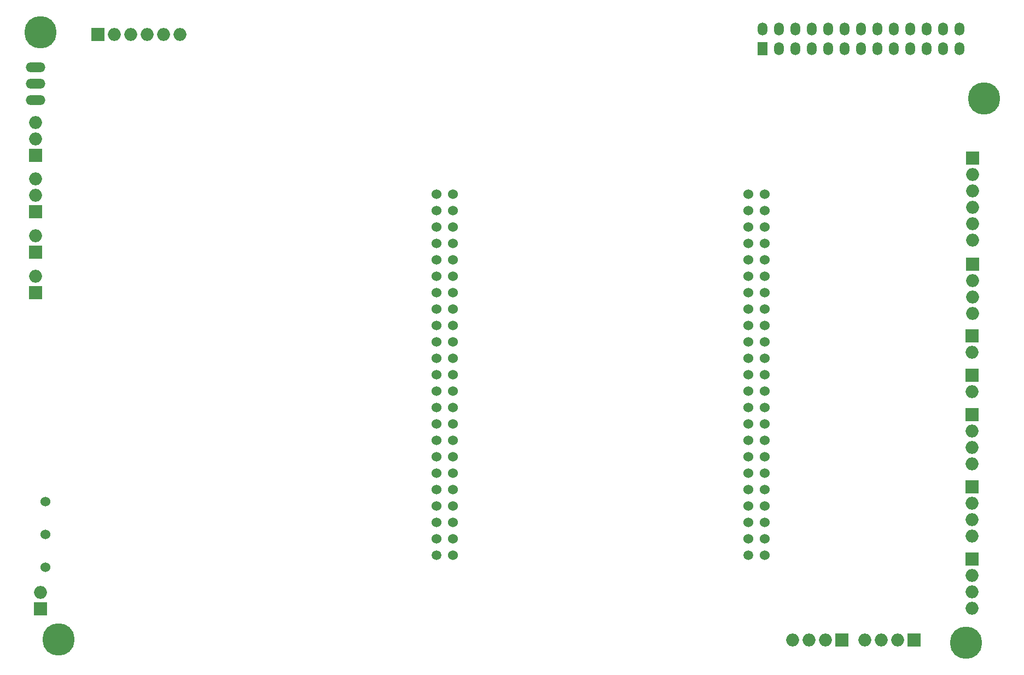
<source format=gbs>
%FSLAX46Y46*%
G04 Gerber Fmt 4.6, Leading zero omitted, Abs format (unit mm)*
G04 Created by KiCad (PCBNEW (2014-jul-16 BZR unknown)-product) date Fri 02 Oct 2015 05:10:55 PM CEST*
%MOMM*%
G01*
G04 APERTURE LIST*
%ADD10C,0.100000*%
%ADD11O,3.014980X1.506220*%
%ADD12C,1.524000*%
%ADD13C,1.500000*%
%ADD14O,1.998980X1.998980*%
%ADD15R,1.998980X1.998980*%
%ADD16O,1.500000X2.000000*%
%ADD17R,1.500000X2.000000*%
%ADD18C,5.000000*%
G04 APERTURE END LIST*
D10*
D11*
X65465000Y-46920000D03*
X65465000Y-49460000D03*
X65465000Y-52000000D03*
D12*
X67000000Y-119250000D03*
X67000000Y-124330000D03*
X67000000Y-114170000D03*
D13*
X175820400Y-122449800D03*
D12*
X178360400Y-66569800D03*
X175820400Y-66569800D03*
X178360400Y-69109800D03*
X175820400Y-69109800D03*
X178360400Y-71649800D03*
X175820400Y-71649800D03*
X178360400Y-86889800D03*
X178360400Y-74189800D03*
X175820400Y-74189800D03*
X175820400Y-112289800D03*
X175820400Y-114829800D03*
X175820400Y-117369800D03*
X175820400Y-119909800D03*
X175820400Y-76729800D03*
X175820400Y-79269800D03*
X178360400Y-76729800D03*
X178360400Y-79269800D03*
X178360400Y-81809800D03*
X178360400Y-84349800D03*
X178360400Y-89429800D03*
X175820400Y-81809800D03*
X178360400Y-91969800D03*
X178360400Y-94509800D03*
X175820400Y-84349800D03*
X178360400Y-97049800D03*
X175820400Y-86889800D03*
X178360400Y-99589800D03*
X175820400Y-89429800D03*
X178360400Y-102129800D03*
X175820400Y-91969800D03*
X178360400Y-104669800D03*
X175820400Y-94509800D03*
X178360400Y-107209800D03*
X175820400Y-97049800D03*
X178360400Y-109749800D03*
X175820400Y-99589800D03*
X178360400Y-112289800D03*
X175820400Y-102129800D03*
X178360400Y-114829800D03*
X175820400Y-104669800D03*
X178360400Y-117369800D03*
X175820400Y-107209800D03*
X178360400Y-119909800D03*
X175820400Y-109749800D03*
X178360400Y-122449800D03*
X130100400Y-122449800D03*
X127560400Y-109749800D03*
X130100400Y-119909800D03*
X127560400Y-107209800D03*
X130100400Y-117369800D03*
X127560400Y-104669800D03*
X130100400Y-114829800D03*
X127560400Y-102129800D03*
X130100400Y-112289800D03*
X127560400Y-99589800D03*
X130100400Y-109749800D03*
X127560400Y-97049800D03*
X130100400Y-107209800D03*
X127560400Y-94509800D03*
X130100400Y-104669800D03*
X127560400Y-91969800D03*
X130100400Y-102129800D03*
X127560400Y-89429800D03*
X130100400Y-99589800D03*
X127560400Y-86889800D03*
X130100400Y-97049800D03*
X127560400Y-84349800D03*
X130100400Y-94509800D03*
X130100400Y-91969800D03*
X127560400Y-81809800D03*
X130100400Y-89429800D03*
X130100400Y-84349800D03*
X130100400Y-81809800D03*
X130100400Y-79269800D03*
X130100400Y-76729800D03*
X127560400Y-79269800D03*
X127560400Y-76729800D03*
X127560400Y-119909800D03*
X127560400Y-117369800D03*
X127560400Y-114829800D03*
X127560400Y-112289800D03*
X127560400Y-74189800D03*
X130100400Y-74189800D03*
X130100400Y-86889800D03*
X127560400Y-71649800D03*
X130100400Y-71649800D03*
X127560400Y-69109800D03*
X130100400Y-69109800D03*
X127560400Y-66569800D03*
X130100400Y-66569800D03*
D13*
X127560400Y-122449800D03*
D14*
X65500000Y-79230000D03*
D15*
X65500000Y-81770000D03*
D14*
X210466000Y-97126000D03*
D15*
X210466000Y-94586000D03*
D14*
X66250000Y-128230000D03*
D15*
X66250000Y-130770000D03*
D14*
X210466000Y-108302000D03*
D15*
X210466000Y-100682000D03*
D14*
X210466000Y-103222000D03*
X210466000Y-105762000D03*
X210466000Y-130654000D03*
D15*
X210466000Y-123034000D03*
D14*
X210466000Y-125574000D03*
X210466000Y-128114000D03*
X82755000Y-41840000D03*
D15*
X75135000Y-41840000D03*
D14*
X77675000Y-41840000D03*
X80215000Y-41840000D03*
X85295000Y-41840000D03*
X87835000Y-41840000D03*
X210529500Y-68614500D03*
D15*
X210529500Y-60994500D03*
D14*
X210529500Y-63534500D03*
X210529500Y-66074500D03*
X210529500Y-71154500D03*
X210529500Y-73694500D03*
X210529500Y-84997500D03*
D15*
X210529500Y-77377500D03*
D14*
X210529500Y-79917500D03*
X210529500Y-82457500D03*
X182653000Y-135607000D03*
D15*
X190273000Y-135607000D03*
D14*
X187733000Y-135607000D03*
X185193000Y-135607000D03*
X65500000Y-64210000D03*
D15*
X65500000Y-69290000D03*
D14*
X65500000Y-66750000D03*
X193829000Y-135607000D03*
D15*
X201449000Y-135607000D03*
D14*
X198909000Y-135607000D03*
X196369000Y-135607000D03*
X210466000Y-119478000D03*
D15*
X210466000Y-111858000D03*
D14*
X210466000Y-114398000D03*
X210466000Y-116938000D03*
X65500000Y-55460000D03*
D15*
X65500000Y-60540000D03*
D14*
X65500000Y-58000000D03*
X210466000Y-91030000D03*
D15*
X210466000Y-88490000D03*
D14*
X65500000Y-72980000D03*
D15*
X65500000Y-75520000D03*
D16*
X208490000Y-44020000D03*
X208490000Y-40980000D03*
X205950000Y-40980000D03*
X205950000Y-44020000D03*
X203410000Y-44020000D03*
X203410000Y-40980000D03*
X200870000Y-40980000D03*
X200870000Y-44020000D03*
X198330000Y-44020000D03*
X198330000Y-40980000D03*
X195790000Y-40980000D03*
X195790000Y-44020000D03*
X193250000Y-44020000D03*
X193250000Y-40980000D03*
X190710000Y-40980000D03*
X190710000Y-44020000D03*
X188170000Y-44020000D03*
X188170000Y-40980000D03*
X185630000Y-40980000D03*
X185630000Y-44020000D03*
D17*
X178010000Y-44020000D03*
D16*
X178010000Y-40980000D03*
X180550000Y-44020000D03*
X180550000Y-40980000D03*
X183090000Y-44020000D03*
X183090000Y-40980000D03*
D18*
X66250000Y-41500000D03*
X209500000Y-136000000D03*
X69000000Y-135500000D03*
X212250000Y-51750000D03*
M02*

</source>
